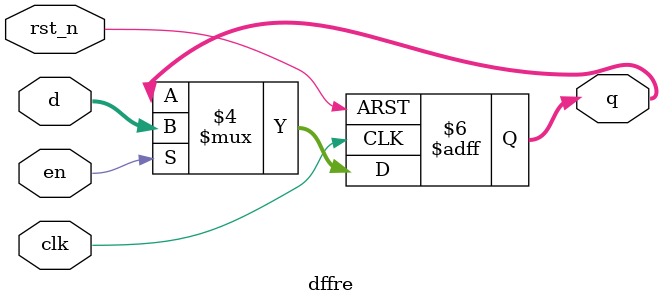
<source format=v>
module dffre(
    clk,
    rst_n,
    en,
    d,
    q
);

parameter DATA_W = 8;

input               clk  ;
input               rst_n;
input               en   ;
input  [DATA_W-1:0] d    ;
output [DATA_W-1:0] q    ;

always@(posedge clk or negedge rst_n)
begin
    if(!rst_n)
        q <= {DATA_W{1'b0}};
    else if(en)
        q <= d ;
    else
        q <= q ;
end

endmodule
</source>
